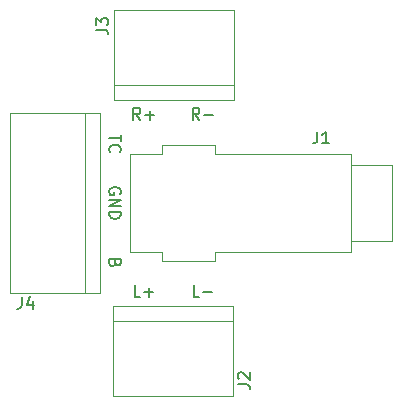
<source format=gto>
G04 #@! TF.GenerationSoftware,KiCad,Pcbnew,(5.1.8)-1*
G04 #@! TF.CreationDate,2020-12-25T11:22:17+09:00*
G04 #@! TF.ProjectId,bf-023,62662d30-3233-42e6-9b69-6361645f7063,V02L01*
G04 #@! TF.SameCoordinates,Original*
G04 #@! TF.FileFunction,Legend,Top*
G04 #@! TF.FilePolarity,Positive*
%FSLAX46Y46*%
G04 Gerber Fmt 4.6, Leading zero omitted, Abs format (unit mm)*
G04 Created by KiCad (PCBNEW (5.1.8)-1) date 2020-12-25 11:22:17*
%MOMM*%
%LPD*%
G01*
G04 APERTURE LIST*
%ADD10C,0.150000*%
%ADD11C,0.120000*%
G04 APERTURE END LIST*
D10*
X137500000Y-110738095D02*
X137547619Y-110642857D01*
X137547619Y-110500000D01*
X137500000Y-110357142D01*
X137404761Y-110261904D01*
X137309523Y-110214285D01*
X137119047Y-110166666D01*
X136976190Y-110166666D01*
X136785714Y-110214285D01*
X136690476Y-110261904D01*
X136595238Y-110357142D01*
X136547619Y-110500000D01*
X136547619Y-110595238D01*
X136595238Y-110738095D01*
X136642857Y-110785714D01*
X136976190Y-110785714D01*
X136976190Y-110595238D01*
X136547619Y-111214285D02*
X137547619Y-111214285D01*
X136547619Y-111785714D01*
X137547619Y-111785714D01*
X136547619Y-112261904D02*
X137547619Y-112261904D01*
X137547619Y-112500000D01*
X137500000Y-112642857D01*
X137404761Y-112738095D01*
X137309523Y-112785714D01*
X137119047Y-112833333D01*
X136976190Y-112833333D01*
X136785714Y-112785714D01*
X136690476Y-112738095D01*
X136595238Y-112642857D01*
X136547619Y-112500000D01*
X136547619Y-112261904D01*
X137071428Y-116571428D02*
X137023809Y-116714285D01*
X136976190Y-116761904D01*
X136880952Y-116809523D01*
X136738095Y-116809523D01*
X136642857Y-116761904D01*
X136595238Y-116714285D01*
X136547619Y-116619047D01*
X136547619Y-116238095D01*
X137547619Y-116238095D01*
X137547619Y-116571428D01*
X137500000Y-116666666D01*
X137452380Y-116714285D01*
X137357142Y-116761904D01*
X137261904Y-116761904D01*
X137166666Y-116714285D01*
X137119047Y-116666666D01*
X137071428Y-116571428D01*
X137071428Y-116238095D01*
X137547619Y-105714285D02*
X137547619Y-106285714D01*
X136547619Y-106000000D02*
X137547619Y-106000000D01*
X136642857Y-107190476D02*
X136595238Y-107142857D01*
X136547619Y-107000000D01*
X136547619Y-106904761D01*
X136595238Y-106761904D01*
X136690476Y-106666666D01*
X136785714Y-106619047D01*
X136976190Y-106571428D01*
X137119047Y-106571428D01*
X137309523Y-106619047D01*
X137404761Y-106666666D01*
X137500000Y-106761904D01*
X137547619Y-106904761D01*
X137547619Y-107000000D01*
X137500000Y-107142857D01*
X137452380Y-107190476D01*
X144190476Y-119452380D02*
X143714285Y-119452380D01*
X143714285Y-118452380D01*
X144523809Y-119071428D02*
X145285714Y-119071428D01*
X139190476Y-119452380D02*
X138714285Y-119452380D01*
X138714285Y-118452380D01*
X139523809Y-119071428D02*
X140285714Y-119071428D01*
X139904761Y-119452380D02*
X139904761Y-118690476D01*
X144190476Y-104452380D02*
X143857142Y-103976190D01*
X143619047Y-104452380D02*
X143619047Y-103452380D01*
X144000000Y-103452380D01*
X144095238Y-103500000D01*
X144142857Y-103547619D01*
X144190476Y-103642857D01*
X144190476Y-103785714D01*
X144142857Y-103880952D01*
X144095238Y-103928571D01*
X144000000Y-103976190D01*
X143619047Y-103976190D01*
X144619047Y-104071428D02*
X145380952Y-104071428D01*
X139190476Y-104452380D02*
X138857142Y-103976190D01*
X138619047Y-104452380D02*
X138619047Y-103452380D01*
X139000000Y-103452380D01*
X139095238Y-103500000D01*
X139142857Y-103547619D01*
X139190476Y-103642857D01*
X139190476Y-103785714D01*
X139142857Y-103880952D01*
X139095238Y-103928571D01*
X139000000Y-103976190D01*
X138619047Y-103976190D01*
X139619047Y-104071428D02*
X140380952Y-104071428D01*
X140000000Y-104452380D02*
X140000000Y-103690476D01*
D11*
X147040000Y-120190000D02*
X136880000Y-120190000D01*
X147040000Y-127810000D02*
X147040000Y-120190000D01*
X136880000Y-127810000D02*
X147040000Y-127810000D01*
X136880000Y-120190000D02*
X136880000Y-127810000D01*
X136880000Y-121460000D02*
X147040000Y-121460000D01*
X157000000Y-115650000D02*
X145500000Y-115650000D01*
X138300000Y-115650000D02*
X138300000Y-107350000D01*
X145500000Y-107350000D02*
X157000000Y-107350000D01*
X157000000Y-107350000D02*
X157000000Y-115650000D01*
X157000000Y-114750000D02*
X160500000Y-114750000D01*
X160500000Y-114750000D02*
X160500000Y-108250000D01*
X160500000Y-108250000D02*
X157000000Y-108250000D01*
X138300000Y-107350000D02*
X141000000Y-107350000D01*
X141000000Y-107350000D02*
X141000000Y-106550000D01*
X141000000Y-106550000D02*
X145500000Y-106550000D01*
X145500000Y-106550000D02*
X145500000Y-107350000D01*
X138300000Y-115650000D02*
X141000000Y-115650000D01*
X141000000Y-115650000D02*
X141000000Y-116450000D01*
X141000000Y-116450000D02*
X145500000Y-116450000D01*
X145500000Y-116450000D02*
X145500000Y-115650000D01*
X136960000Y-102810000D02*
X147120000Y-102810000D01*
X136960000Y-95190000D02*
X136960000Y-102810000D01*
X147120000Y-95190000D02*
X136960000Y-95190000D01*
X147120000Y-102810000D02*
X147120000Y-95190000D01*
X147120000Y-101540000D02*
X136960000Y-101540000D01*
X135810000Y-119120000D02*
X135810000Y-103880000D01*
X128190000Y-119120000D02*
X128190000Y-103880000D01*
X134540000Y-119120000D02*
X134540000Y-103880000D01*
X135810000Y-103880000D02*
X128190000Y-103880000D01*
X135810000Y-119120000D02*
X128190000Y-119120000D01*
D10*
X147452380Y-126833333D02*
X148166666Y-126833333D01*
X148309523Y-126880952D01*
X148404761Y-126976190D01*
X148452380Y-127119047D01*
X148452380Y-127214285D01*
X147547619Y-126404761D02*
X147500000Y-126357142D01*
X147452380Y-126261904D01*
X147452380Y-126023809D01*
X147500000Y-125928571D01*
X147547619Y-125880952D01*
X147642857Y-125833333D01*
X147738095Y-125833333D01*
X147880952Y-125880952D01*
X148452380Y-126452380D01*
X148452380Y-125833333D01*
X154166666Y-105452380D02*
X154166666Y-106166666D01*
X154119047Y-106309523D01*
X154023809Y-106404761D01*
X153880952Y-106452380D01*
X153785714Y-106452380D01*
X155166666Y-106452380D02*
X154595238Y-106452380D01*
X154880952Y-106452380D02*
X154880952Y-105452380D01*
X154785714Y-105595238D01*
X154690476Y-105690476D01*
X154595238Y-105738095D01*
X135452380Y-96833333D02*
X136166666Y-96833333D01*
X136309523Y-96880952D01*
X136404761Y-96976190D01*
X136452380Y-97119047D01*
X136452380Y-97214285D01*
X135452380Y-96452380D02*
X135452380Y-95833333D01*
X135833333Y-96166666D01*
X135833333Y-96023809D01*
X135880952Y-95928571D01*
X135928571Y-95880952D01*
X136023809Y-95833333D01*
X136261904Y-95833333D01*
X136357142Y-95880952D01*
X136404761Y-95928571D01*
X136452380Y-96023809D01*
X136452380Y-96309523D01*
X136404761Y-96404761D01*
X136357142Y-96452380D01*
X129166666Y-119452380D02*
X129166666Y-120166666D01*
X129119047Y-120309523D01*
X129023809Y-120404761D01*
X128880952Y-120452380D01*
X128785714Y-120452380D01*
X130071428Y-119785714D02*
X130071428Y-120452380D01*
X129833333Y-119404761D02*
X129595238Y-120119047D01*
X130214285Y-120119047D01*
M02*

</source>
